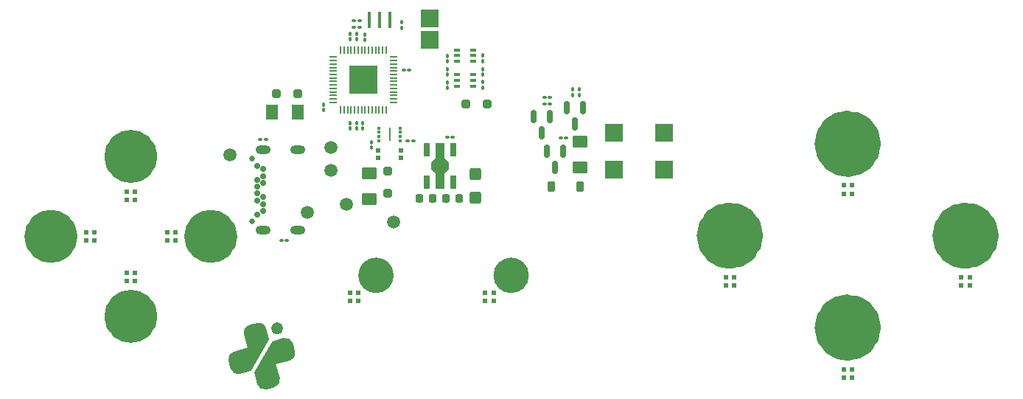
<source format=gbr>
%TF.GenerationSoftware,KiCad,Pcbnew,7.0.6*%
%TF.CreationDate,2023-09-25T23:03:40-07:00*%
%TF.ProjectId,UniSNES,556e6953-4e45-4532-9e6b-696361645f70,rev?*%
%TF.SameCoordinates,Original*%
%TF.FileFunction,Soldermask,Top*%
%TF.FilePolarity,Negative*%
%FSLAX46Y46*%
G04 Gerber Fmt 4.6, Leading zero omitted, Abs format (unit mm)*
G04 Created by KiCad (PCBNEW 7.0.6) date 2023-09-25 23:03:40*
%MOMM*%
%LPD*%
G01*
G04 APERTURE LIST*
G04 Aperture macros list*
%AMRoundRect*
0 Rectangle with rounded corners*
0 $1 Rounding radius*
0 $2 $3 $4 $5 $6 $7 $8 $9 X,Y pos of 4 corners*
0 Add a 4 corners polygon primitive as box body*
4,1,4,$2,$3,$4,$5,$6,$7,$8,$9,$2,$3,0*
0 Add four circle primitives for the rounded corners*
1,1,$1+$1,$2,$3*
1,1,$1+$1,$4,$5*
1,1,$1+$1,$6,$7*
1,1,$1+$1,$8,$9*
0 Add four rect primitives between the rounded corners*
20,1,$1+$1,$2,$3,$4,$5,0*
20,1,$1+$1,$4,$5,$6,$7,0*
20,1,$1+$1,$6,$7,$8,$9,0*
20,1,$1+$1,$8,$9,$2,$3,0*%
%AMFreePoly0*
4,1,13,0.900000,0.500000,2.600000,0.500000,2.600000,-0.500000,0.900000,-0.500000,0.400000,-1.000000,-0.400000,-1.000000,-0.900000,-0.500000,-2.600000,-0.500000,-2.600000,0.500000,-0.900000,0.500000,-0.400000,1.000000,0.400000,1.000000,0.900000,0.500000,0.900000,0.500000,$1*%
G04 Aperture macros list end*
%ADD10C,2.050000*%
%ADD11C,3.050000*%
%ADD12C,3.800000*%
%ADD13C,0.152400*%
%ADD14RoundRect,0.100000X0.130000X0.100000X-0.130000X0.100000X-0.130000X-0.100000X0.130000X-0.100000X0*%
%ADD15RoundRect,0.100000X0.100000X-0.130000X0.100000X0.130000X-0.100000X0.130000X-0.100000X-0.130000X0*%
%ADD16C,0.500000*%
%ADD17R,0.400000X0.300000*%
%ADD18R,0.200000X1.600000*%
%ADD19RoundRect,0.100000X-0.100000X0.130000X-0.100000X-0.130000X0.100000X-0.130000X0.100000X0.130000X0*%
%ADD20R,0.650000X0.400000*%
%ADD21C,1.500000*%
%ADD22R,0.550000X0.550000*%
%ADD23RoundRect,0.150000X-0.150000X0.587500X-0.150000X-0.587500X0.150000X-0.587500X0.150000X0.587500X0*%
%ADD24RoundRect,0.250000X0.250000X-0.250000X0.250000X0.250000X-0.250000X0.250000X-0.250000X-0.250000X0*%
%ADD25RoundRect,0.225000X0.225000X0.250000X-0.225000X0.250000X-0.225000X-0.250000X0.225000X-0.250000X0*%
%ADD26RoundRect,0.050000X0.387500X0.050000X-0.387500X0.050000X-0.387500X-0.050000X0.387500X-0.050000X0*%
%ADD27RoundRect,0.050000X0.050000X0.387500X-0.050000X0.387500X-0.050000X-0.387500X0.050000X-0.387500X0*%
%ADD28R,3.200000X3.200000*%
%ADD29RoundRect,0.100000X-0.130000X-0.100000X0.130000X-0.100000X0.130000X0.100000X-0.130000X0.100000X0*%
%ADD30R,0.400000X1.900000*%
%ADD31RoundRect,0.225000X-0.225000X-0.375000X0.225000X-0.375000X0.225000X0.375000X-0.225000X0.375000X0*%
%ADD32RoundRect,0.250001X0.462499X0.624999X-0.462499X0.624999X-0.462499X-0.624999X0.462499X-0.624999X0*%
%ADD33RoundRect,0.250001X-0.624999X0.462499X-0.624999X-0.462499X0.624999X-0.462499X0.624999X0.462499X0*%
%ADD34RoundRect,0.250000X0.425000X-0.450000X0.425000X0.450000X-0.425000X0.450000X-0.425000X-0.450000X0*%
%ADD35RoundRect,0.250001X0.624999X-0.462499X0.624999X0.462499X-0.624999X0.462499X-0.624999X-0.462499X0*%
%ADD36RoundRect,0.250000X0.250000X0.250000X-0.250000X0.250000X-0.250000X-0.250000X0.250000X-0.250000X0*%
%ADD37R,0.700000X1.500000*%
%ADD38FreePoly0,270.000000*%
%ADD39R,0.550000X0.500000*%
%ADD40RoundRect,0.250000X-0.250000X-0.250000X0.250000X-0.250000X0.250000X0.250000X-0.250000X0.250000X0*%
%ADD41R,2.000000X2.000000*%
%ADD42C,0.650000*%
%ADD43C,0.700000*%
%ADD44O,1.753200X1.003200*%
G04 APERTURE END LIST*
%TO.C,SPSEL1*%
D10*
X67238433Y-52362420D02*
G75*
G03*
X67238433Y-52362420I-1025000J0D01*
G01*
%TO.C,DPU1*%
D11*
X39574200Y-38709600D02*
G75*
G03*
X39574200Y-38709600I-1525000J0D01*
G01*
%TO.C,BPB1*%
D12*
X122300326Y-58352701D02*
G75*
G03*
X122300326Y-58352701I-1900000J0D01*
G01*
%TO.C,SPST1*%
D10*
X82763433Y-52362420D02*
G75*
G03*
X82763433Y-52362420I-1025000J0D01*
G01*
%TO.C,BPX1*%
D12*
X122300326Y-37252701D02*
G75*
G03*
X122300326Y-37252701I-1900000J0D01*
G01*
D13*
%TO.C,Ref\u002A\u002A*%
X49346833Y-62095308D02*
X49468614Y-62599723D01*
X49615339Y-63097323D02*
X49468583Y-62599601D01*
X49881758Y-61194849D02*
X51559858Y-60745174D01*
X50528845Y-63609651D02*
X51834617Y-63259748D01*
X51110183Y-59067071D02*
X51559858Y-60745174D01*
X51622511Y-58153565D02*
X52120233Y-58006809D01*
X51834617Y-63259748D02*
X53874913Y-59725849D01*
X52308501Y-63538958D02*
X54353735Y-59996505D01*
X52624526Y-57885059D02*
X52120111Y-58006840D01*
X52656623Y-64838076D02*
X52308501Y-63538958D01*
X53524985Y-58419984D02*
X53874913Y-59725849D01*
X53557082Y-65373001D02*
X54061497Y-65251220D01*
X54559097Y-65104495D02*
X54061375Y-65251251D01*
X55071425Y-64190989D02*
X54621750Y-62512886D01*
X55652763Y-59648409D02*
X54353735Y-59996505D01*
X56299850Y-62063211D02*
X54621750Y-62512886D01*
X56566269Y-60160737D02*
X56713025Y-60658459D01*
X56834775Y-61162752D02*
X56712994Y-60658337D01*
X49881758Y-61194850D02*
G75*
G03*
X49346834Y-62095308I194126J-724439D01*
G01*
X49615340Y-63097323D02*
G75*
G03*
X50528845Y-63609650I719379J212112D01*
G01*
X51622511Y-58153566D02*
G75*
G03*
X51110184Y-59067071I212112J-719379D01*
G01*
X53524984Y-58419984D02*
G75*
G03*
X52624526Y-57885060I-724439J-194126D01*
G01*
X52656624Y-64838076D02*
G75*
G03*
X53557082Y-65373000I724439J194126D01*
G01*
X54559097Y-65104494D02*
G75*
G03*
X55071424Y-64190989I-212112J719379D01*
G01*
X56566268Y-60160737D02*
G75*
G03*
X55652763Y-59648409I-719374J-212103D01*
G01*
X56299850Y-62063209D02*
G75*
G03*
X56834775Y-61162752I-194126J724439D01*
G01*
X55480763Y-58450596D02*
G75*
G03*
X55480763Y-58450596I-625000J0D01*
G01*
G36*
X55115800Y-57864028D02*
G01*
X55335799Y-58049028D01*
X55465804Y-58299032D01*
X55460803Y-58594030D01*
X55340803Y-58829033D01*
X55190807Y-58969030D01*
X54990805Y-59059032D01*
X54770804Y-59069029D01*
X54585800Y-59014030D01*
X54395805Y-58894034D01*
X54285808Y-58714039D01*
X54225804Y-58569030D01*
X54225804Y-58344035D01*
X54285805Y-58174026D01*
X54390802Y-57994034D01*
X54625799Y-57859032D01*
X54825809Y-57829032D01*
X55115800Y-57864028D01*
G37*
G36*
X53000806Y-57874031D02*
G01*
X53260811Y-58014035D01*
X53430805Y-58199030D01*
X53550805Y-58539035D01*
X53870803Y-59709030D01*
X51825806Y-63254029D01*
X50535812Y-63604028D01*
X50340802Y-63629031D01*
X50155802Y-63614029D01*
X49970810Y-63554029D01*
X49785802Y-63404029D01*
X49650805Y-63219030D01*
X49310804Y-62014027D01*
X49320805Y-61804033D01*
X49375805Y-61614031D01*
X49460803Y-61469033D01*
X49615804Y-61299030D01*
X49865807Y-61184031D01*
X51537218Y-60736332D01*
X51541710Y-60735127D01*
X51545803Y-60734031D01*
X51120824Y-59149103D01*
X51102290Y-59138492D01*
X51078804Y-58989034D01*
X51105807Y-58679028D01*
X51220805Y-58424031D01*
X51395807Y-58224028D01*
X51950830Y-58029022D01*
X52650802Y-57864034D01*
X53000806Y-57874031D01*
G37*
G36*
X56025806Y-59639031D02*
G01*
X56210798Y-59699031D01*
X56395806Y-59849031D01*
X56530803Y-60034030D01*
X56870804Y-61239033D01*
X56860803Y-61449027D01*
X56805803Y-61639029D01*
X56720805Y-61784027D01*
X56565804Y-61954030D01*
X56315801Y-62069029D01*
X54644390Y-62516728D01*
X54639898Y-62517933D01*
X54635805Y-62519029D01*
X55060784Y-64103957D01*
X55079318Y-64114568D01*
X55102804Y-64264026D01*
X55075801Y-64574032D01*
X54960803Y-64829029D01*
X54785801Y-65029032D01*
X54230778Y-65224038D01*
X53530806Y-65389026D01*
X53180802Y-65379029D01*
X52920797Y-65239025D01*
X52750803Y-65054030D01*
X52630803Y-64714025D01*
X52310805Y-63544030D01*
X54355802Y-59999031D01*
X55645796Y-59649032D01*
X55840806Y-59624029D01*
X56025806Y-59639031D01*
G37*
%TO.C,DPR1*%
D11*
X48753571Y-47888971D02*
G75*
G03*
X48753571Y-47888971I-1525000J0D01*
G01*
%TO.C,DPD1*%
X39574200Y-57068342D02*
G75*
G03*
X39574200Y-57068342I-1525000J0D01*
G01*
%TO.C,BPA1*%
D12*
X135838772Y-47802701D02*
G75*
G03*
X135838772Y-47802701I-1900000J0D01*
G01*
%TO.C,BPY1*%
X108761881Y-47802701D02*
G75*
G03*
X108761881Y-47802701I-1900000J0D01*
G01*
%TO.C,DPL1*%
D11*
X30394829Y-47888971D02*
G75*
G03*
X30394829Y-47888971I-1525000J0D01*
G01*
%TD*%
D14*
%TO.C,R7*%
X75046800Y-36525200D03*
X74406800Y-36525200D03*
%TD*%
D15*
%TO.C,R19*%
X88781646Y-31658061D03*
X88781646Y-31018061D03*
%TD*%
D16*
%TO.C,SPSEL1*%
X65713433Y-52362420D03*
X66713433Y-52362420D03*
%TD*%
D17*
%TO.C,U1*%
X68978206Y-36943705D03*
X68978206Y-36443705D03*
X68978206Y-35943705D03*
X68978206Y-35443705D03*
X66578206Y-35443705D03*
X66578206Y-35943705D03*
X66578206Y-36443705D03*
X66578206Y-36943705D03*
D18*
X67778206Y-36193705D03*
%TD*%
D14*
%TO.C,R2*%
X70502163Y-36943609D03*
X69862163Y-36943609D03*
%TD*%
D19*
%TO.C,R9*%
X74428567Y-28694008D03*
X74428567Y-29334008D03*
%TD*%
%TO.C,R8*%
X74429626Y-27145273D03*
X74429626Y-27785273D03*
%TD*%
D20*
%TO.C,Q2*%
X75519200Y-29332400D03*
X75519200Y-29982400D03*
X75519200Y-30632400D03*
X77419200Y-30632400D03*
X77419200Y-29982400D03*
X77419200Y-29332400D03*
%TD*%
D21*
%TO.C,TP2*%
X61061600Y-40335200D03*
%TD*%
D19*
%TO.C,C2*%
X64008000Y-24639800D03*
X64008000Y-25279800D03*
%TD*%
D22*
%TO.C,L1*%
X37574200Y-43684600D03*
X38524200Y-43684600D03*
X38524200Y-42734600D03*
X37574200Y-42734600D03*
%TD*%
D23*
%TO.C,Q5*%
X90002400Y-33126200D03*
X88102400Y-33126200D03*
X89052400Y-35001200D03*
%TD*%
D22*
%TO.C,L8*%
X119925326Y-42977701D03*
X120875326Y-42977701D03*
X120875326Y-42027701D03*
X119925326Y-42027701D03*
%TD*%
D19*
%TO.C,R20*%
X89560400Y-31015700D03*
X89560400Y-31655700D03*
%TD*%
%TO.C,R4*%
X63246000Y-24639800D03*
X63246000Y-25279800D03*
%TD*%
D22*
%TO.C,L10*%
X133463772Y-53527701D03*
X134413772Y-53527701D03*
X134413772Y-52577701D03*
X133463772Y-52577701D03*
%TD*%
D21*
%TO.C,TP4*%
X58369200Y-45161200D03*
%TD*%
D16*
%TO.C,SPST1*%
X81238433Y-52362420D03*
X82238433Y-52362420D03*
%TD*%
D24*
%TO.C,D7*%
X67580952Y-42918176D03*
X67580952Y-40418176D03*
%TD*%
D25*
%TO.C,C10*%
X72745600Y-43484800D03*
X71195600Y-43484800D03*
%TD*%
D21*
%TO.C,TP6*%
X68275200Y-46228000D03*
%TD*%
D19*
%TO.C,R12*%
X78502877Y-28681404D03*
X78502877Y-29321404D03*
%TD*%
D22*
%TO.C,L7*%
X106386881Y-53527701D03*
X107336881Y-53527701D03*
X107336881Y-52577701D03*
X106386881Y-52577701D03*
%TD*%
%TO.C,L3*%
X37574200Y-53043342D03*
X38524200Y-53043342D03*
X38524200Y-52093342D03*
X37574200Y-52093342D03*
%TD*%
D15*
%TO.C,C6*%
X64719200Y-35490600D03*
X64719200Y-34850600D03*
%TD*%
D21*
%TO.C,TP5*%
X62839600Y-44196000D03*
%TD*%
D14*
%TO.C,C5*%
X64328000Y-23842200D03*
X63688000Y-23842200D03*
%TD*%
D19*
%TO.C,R13*%
X78501200Y-30170400D03*
X78501200Y-30810400D03*
%TD*%
%TO.C,R10*%
X74423349Y-30192148D03*
X74423349Y-30832148D03*
%TD*%
D26*
%TO.C,U2*%
X68197900Y-32504300D03*
X68197900Y-32104300D03*
X68197900Y-31704300D03*
X68197900Y-31304300D03*
X68197900Y-30904300D03*
X68197900Y-30504300D03*
X68197900Y-30104300D03*
X68197900Y-29704300D03*
X68197900Y-29304300D03*
X68197900Y-28904300D03*
X68197900Y-28504300D03*
X68197900Y-28104300D03*
X68197900Y-27704300D03*
X68197900Y-27304300D03*
D27*
X67360400Y-26466800D03*
X66960400Y-26466800D03*
X66560400Y-26466800D03*
X66160400Y-26466800D03*
X65760400Y-26466800D03*
X65360400Y-26466800D03*
X64960400Y-26466800D03*
X64560400Y-26466800D03*
X64160400Y-26466800D03*
X63760400Y-26466800D03*
X63360400Y-26466800D03*
X62960400Y-26466800D03*
X62560400Y-26466800D03*
X62160400Y-26466800D03*
D26*
X61322900Y-27304300D03*
X61322900Y-27704300D03*
X61322900Y-28104300D03*
X61322900Y-28504300D03*
X61322900Y-28904300D03*
X61322900Y-29304300D03*
X61322900Y-29704300D03*
X61322900Y-30104300D03*
X61322900Y-30504300D03*
X61322900Y-30904300D03*
X61322900Y-31304300D03*
X61322900Y-31704300D03*
X61322900Y-32104300D03*
X61322900Y-32504300D03*
D27*
X62160400Y-33341800D03*
X62560400Y-33341800D03*
X62960400Y-33341800D03*
X63360400Y-33341800D03*
X63760400Y-33341800D03*
X64160400Y-33341800D03*
X64560400Y-33341800D03*
X64960400Y-33341800D03*
X65360400Y-33341800D03*
X65760400Y-33341800D03*
X66160400Y-33341800D03*
X66560400Y-33341800D03*
X66960400Y-33341800D03*
X67360400Y-33341800D03*
D28*
X64760400Y-29904300D03*
%TD*%
D29*
%TO.C,C4*%
X69377600Y-28769800D03*
X70017600Y-28769800D03*
%TD*%
D15*
%TO.C,R6*%
X63258400Y-35490600D03*
X63258400Y-34850600D03*
%TD*%
D19*
%TO.C,C1*%
X65727006Y-37054105D03*
X65727006Y-37694105D03*
%TD*%
D30*
%TO.C,Y1*%
X67851200Y-23026200D03*
X66651200Y-23026200D03*
X65451200Y-23026200D03*
%TD*%
D22*
%TO.C,L2*%
X32894829Y-48363971D03*
X33844829Y-48363971D03*
X33844829Y-47413971D03*
X32894829Y-47413971D03*
%TD*%
D31*
%TO.C,D1*%
X86386400Y-42164000D03*
X89686400Y-42164000D03*
%TD*%
D32*
%TO.C,F1*%
X57254732Y-33629853D03*
X54279732Y-33629853D03*
%TD*%
D19*
%TO.C,R11*%
X78501200Y-27122400D03*
X78501200Y-27762400D03*
%TD*%
D15*
%TO.C,R5*%
X63969600Y-35490600D03*
X63969600Y-34850600D03*
%TD*%
D33*
%TO.C,F2*%
X65430400Y-40625700D03*
X65430400Y-43600700D03*
%TD*%
D34*
%TO.C,C8*%
X77673200Y-43463200D03*
X77673200Y-40763200D03*
%TD*%
D20*
%TO.C,Q1*%
X75519200Y-26487600D03*
X75519200Y-27137600D03*
X75519200Y-27787600D03*
X77419200Y-27787600D03*
X77419200Y-27137600D03*
X77419200Y-26487600D03*
%TD*%
D22*
%TO.C,L5*%
X63238433Y-55337420D03*
X64188433Y-55337420D03*
X64188433Y-54387420D03*
X63238433Y-54387420D03*
%TD*%
D35*
%TO.C,F3*%
X89662000Y-39993900D03*
X89662000Y-37018900D03*
%TD*%
D29*
%TO.C,R15*%
X55356800Y-48361600D03*
X55996800Y-48361600D03*
%TD*%
D36*
%TO.C,D5*%
X79024800Y-32715200D03*
X76524800Y-32715200D03*
%TD*%
D29*
%TO.C,R14*%
X52918400Y-36779200D03*
X53558400Y-36779200D03*
%TD*%
%TO.C,R17*%
X85577914Y-32697356D03*
X86217914Y-32697356D03*
%TD*%
D23*
%TO.C,Q3*%
X86187514Y-34124356D03*
X84287514Y-34124356D03*
X85237514Y-35999356D03*
%TD*%
%TO.C,Q4*%
X87716400Y-38076900D03*
X85816400Y-38076900D03*
X86766400Y-39951900D03*
%TD*%
D37*
%TO.C,U3*%
X75058400Y-37977200D03*
D38*
X73558400Y-39827200D03*
D37*
X72058400Y-37977200D03*
X72058400Y-41677200D03*
X75058400Y-41677200D03*
%TD*%
D22*
%TO.C,L9*%
X119925326Y-64077701D03*
X120875326Y-64077701D03*
X120875326Y-63127701D03*
X119925326Y-63127701D03*
%TD*%
%TO.C,L6*%
X78763433Y-55337420D03*
X79713433Y-55337420D03*
X79713433Y-54387420D03*
X78763433Y-54387420D03*
%TD*%
D19*
%TO.C,R3*%
X64973200Y-24690600D03*
X64973200Y-25330600D03*
%TD*%
D14*
%TO.C,R16*%
X86217914Y-31935356D03*
X85577914Y-31935356D03*
%TD*%
D22*
%TO.C,L4*%
X42253571Y-48363971D03*
X43203571Y-48363971D03*
X43203571Y-47413971D03*
X42253571Y-47413971D03*
%TD*%
D29*
%TO.C,C7*%
X63688000Y-23080200D03*
X64328000Y-23080200D03*
%TD*%
D21*
%TO.C,TP3*%
X49428400Y-38506400D03*
%TD*%
D19*
%TO.C,R1*%
X69138800Y-23319000D03*
X69138800Y-23959000D03*
%TD*%
D39*
%TO.C,SW1*%
X66434006Y-38040905D03*
X66434006Y-38840905D03*
X69084006Y-38040905D03*
X69084006Y-38840905D03*
%TD*%
D40*
%TO.C,D6*%
X54751600Y-31496000D03*
X57251600Y-31496000D03*
%TD*%
D21*
%TO.C,TP1*%
X61061600Y-37693600D03*
%TD*%
D14*
%TO.C,R18*%
X88051600Y-36576000D03*
X87411600Y-36576000D03*
%TD*%
D25*
%TO.C,C9*%
X75793600Y-43484800D03*
X74243600Y-43484800D03*
%TD*%
D19*
%TO.C,C3*%
X60198000Y-32767800D03*
X60198000Y-33407800D03*
%TD*%
D41*
%TO.C,T6*%
X72390000Y-25298400D03*
%TD*%
%TO.C,T5*%
X72390000Y-22860000D03*
%TD*%
%TO.C,T1*%
X99291350Y-36017200D03*
%TD*%
%TO.C,T4*%
X93573600Y-40182800D03*
%TD*%
D42*
%TO.C,J1*%
X52004759Y-38968895D03*
X52004759Y-46168895D03*
D43*
X52544759Y-45368895D03*
X53254759Y-44968895D03*
X53254759Y-44168895D03*
X52544759Y-43768895D03*
X53254759Y-43368895D03*
X52544759Y-42968895D03*
X52544759Y-42168895D03*
X53254759Y-41768895D03*
X52544759Y-41368895D03*
X53254759Y-40968895D03*
X53254759Y-40168895D03*
X52544759Y-39768895D03*
D44*
X57254759Y-37968895D03*
X53254759Y-37968895D03*
X57254759Y-47168895D03*
X53254759Y-47168895D03*
%TD*%
D41*
%TO.C,T2*%
X99291350Y-40182800D03*
%TD*%
%TO.C,T3*%
X93573600Y-36017200D03*
%TD*%
M02*

</source>
